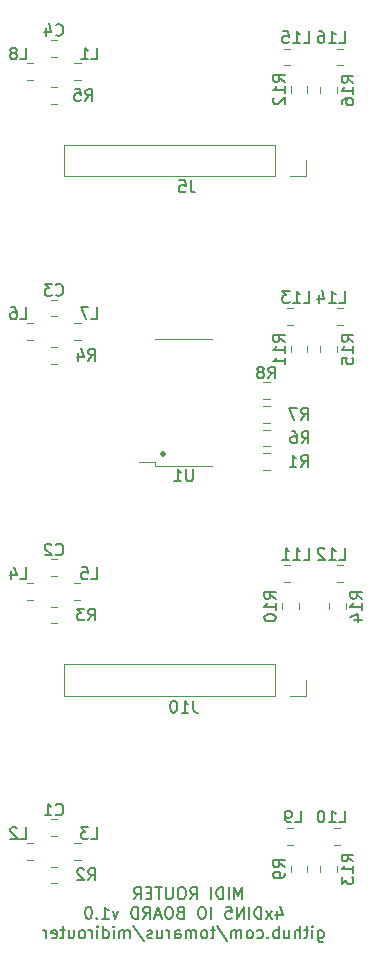
<source format=gbr>
G04 #@! TF.GenerationSoftware,KiCad,Pcbnew,5.0.2+dfsg1-1*
G04 #@! TF.CreationDate,2020-04-26T20:48:58+02:00*
G04 #@! TF.ProjectId,midirouter,6d696469-726f-4757-9465-722e6b696361,rev?*
G04 #@! TF.SameCoordinates,Original*
G04 #@! TF.FileFunction,Legend,Bot*
G04 #@! TF.FilePolarity,Positive*
%FSLAX46Y46*%
G04 Gerber Fmt 4.6, Leading zero omitted, Abs format (unit mm)*
G04 Created by KiCad (PCBNEW 5.0.2+dfsg1-1) date Sun 26 Apr 2020 08:48:58 PM CEST*
%MOMM*%
%LPD*%
G01*
G04 APERTURE LIST*
%ADD10C,0.150000*%
%ADD11C,0.300000*%
%ADD12C,0.120000*%
G04 APERTURE END LIST*
D10*
X99952380Y-147052380D02*
X99952380Y-146052380D01*
X99619047Y-146766666D01*
X99285714Y-146052380D01*
X99285714Y-147052380D01*
X98809523Y-147052380D02*
X98809523Y-146052380D01*
X98333333Y-147052380D02*
X98333333Y-146052380D01*
X98095238Y-146052380D01*
X97952380Y-146100000D01*
X97857142Y-146195238D01*
X97809523Y-146290476D01*
X97761904Y-146480952D01*
X97761904Y-146623809D01*
X97809523Y-146814285D01*
X97857142Y-146909523D01*
X97952380Y-147004761D01*
X98095238Y-147052380D01*
X98333333Y-147052380D01*
X97333333Y-147052380D02*
X97333333Y-146052380D01*
X95523809Y-147052380D02*
X95857142Y-146576190D01*
X96095238Y-147052380D02*
X96095238Y-146052380D01*
X95714285Y-146052380D01*
X95619047Y-146100000D01*
X95571428Y-146147619D01*
X95523809Y-146242857D01*
X95523809Y-146385714D01*
X95571428Y-146480952D01*
X95619047Y-146528571D01*
X95714285Y-146576190D01*
X96095238Y-146576190D01*
X94904761Y-146052380D02*
X94714285Y-146052380D01*
X94619047Y-146100000D01*
X94523809Y-146195238D01*
X94476190Y-146385714D01*
X94476190Y-146719047D01*
X94523809Y-146909523D01*
X94619047Y-147004761D01*
X94714285Y-147052380D01*
X94904761Y-147052380D01*
X95000000Y-147004761D01*
X95095238Y-146909523D01*
X95142857Y-146719047D01*
X95142857Y-146385714D01*
X95095238Y-146195238D01*
X95000000Y-146100000D01*
X94904761Y-146052380D01*
X94047619Y-146052380D02*
X94047619Y-146861904D01*
X94000000Y-146957142D01*
X93952380Y-147004761D01*
X93857142Y-147052380D01*
X93666666Y-147052380D01*
X93571428Y-147004761D01*
X93523809Y-146957142D01*
X93476190Y-146861904D01*
X93476190Y-146052380D01*
X93142857Y-146052380D02*
X92571428Y-146052380D01*
X92857142Y-147052380D02*
X92857142Y-146052380D01*
X92238095Y-146528571D02*
X91904761Y-146528571D01*
X91761904Y-147052380D02*
X92238095Y-147052380D01*
X92238095Y-146052380D01*
X91761904Y-146052380D01*
X90761904Y-147052380D02*
X91095238Y-146576190D01*
X91333333Y-147052380D02*
X91333333Y-146052380D01*
X90952380Y-146052380D01*
X90857142Y-146100000D01*
X90809523Y-146147619D01*
X90761904Y-146242857D01*
X90761904Y-146385714D01*
X90809523Y-146480952D01*
X90857142Y-146528571D01*
X90952380Y-146576190D01*
X91333333Y-146576190D01*
X102880952Y-148035714D02*
X102880952Y-148702380D01*
X103119047Y-147654761D02*
X103357142Y-148369047D01*
X102738095Y-148369047D01*
X102452380Y-148702380D02*
X101928571Y-148035714D01*
X102452380Y-148035714D02*
X101928571Y-148702380D01*
X101547619Y-148702380D02*
X101547619Y-147702380D01*
X101309523Y-147702380D01*
X101166666Y-147750000D01*
X101071428Y-147845238D01*
X101023809Y-147940476D01*
X100976190Y-148130952D01*
X100976190Y-148273809D01*
X101023809Y-148464285D01*
X101071428Y-148559523D01*
X101166666Y-148654761D01*
X101309523Y-148702380D01*
X101547619Y-148702380D01*
X100547619Y-148702380D02*
X100547619Y-147702380D01*
X100071428Y-148702380D02*
X100071428Y-147702380D01*
X99500000Y-148702380D01*
X99500000Y-147702380D01*
X98547619Y-147702380D02*
X99023809Y-147702380D01*
X99071428Y-148178571D01*
X99023809Y-148130952D01*
X98928571Y-148083333D01*
X98690476Y-148083333D01*
X98595238Y-148130952D01*
X98547619Y-148178571D01*
X98500000Y-148273809D01*
X98500000Y-148511904D01*
X98547619Y-148607142D01*
X98595238Y-148654761D01*
X98690476Y-148702380D01*
X98928571Y-148702380D01*
X99023809Y-148654761D01*
X99071428Y-148607142D01*
X97309523Y-148702380D02*
X97309523Y-147702380D01*
X96642857Y-147702380D02*
X96452380Y-147702380D01*
X96357142Y-147750000D01*
X96261904Y-147845238D01*
X96214285Y-148035714D01*
X96214285Y-148369047D01*
X96261904Y-148559523D01*
X96357142Y-148654761D01*
X96452380Y-148702380D01*
X96642857Y-148702380D01*
X96738095Y-148654761D01*
X96833333Y-148559523D01*
X96880952Y-148369047D01*
X96880952Y-148035714D01*
X96833333Y-147845238D01*
X96738095Y-147750000D01*
X96642857Y-147702380D01*
X94690476Y-148178571D02*
X94547619Y-148226190D01*
X94500000Y-148273809D01*
X94452380Y-148369047D01*
X94452380Y-148511904D01*
X94500000Y-148607142D01*
X94547619Y-148654761D01*
X94642857Y-148702380D01*
X95023809Y-148702380D01*
X95023809Y-147702380D01*
X94690476Y-147702380D01*
X94595238Y-147750000D01*
X94547619Y-147797619D01*
X94500000Y-147892857D01*
X94500000Y-147988095D01*
X94547619Y-148083333D01*
X94595238Y-148130952D01*
X94690476Y-148178571D01*
X95023809Y-148178571D01*
X93833333Y-147702380D02*
X93642857Y-147702380D01*
X93547619Y-147750000D01*
X93452380Y-147845238D01*
X93404761Y-148035714D01*
X93404761Y-148369047D01*
X93452380Y-148559523D01*
X93547619Y-148654761D01*
X93642857Y-148702380D01*
X93833333Y-148702380D01*
X93928571Y-148654761D01*
X94023809Y-148559523D01*
X94071428Y-148369047D01*
X94071428Y-148035714D01*
X94023809Y-147845238D01*
X93928571Y-147750000D01*
X93833333Y-147702380D01*
X93023809Y-148416666D02*
X92547619Y-148416666D01*
X93119047Y-148702380D02*
X92785714Y-147702380D01*
X92452380Y-148702380D01*
X91547619Y-148702380D02*
X91880952Y-148226190D01*
X92119047Y-148702380D02*
X92119047Y-147702380D01*
X91738095Y-147702380D01*
X91642857Y-147750000D01*
X91595238Y-147797619D01*
X91547619Y-147892857D01*
X91547619Y-148035714D01*
X91595238Y-148130952D01*
X91642857Y-148178571D01*
X91738095Y-148226190D01*
X92119047Y-148226190D01*
X91119047Y-148702380D02*
X91119047Y-147702380D01*
X90880952Y-147702380D01*
X90738095Y-147750000D01*
X90642857Y-147845238D01*
X90595238Y-147940476D01*
X90547619Y-148130952D01*
X90547619Y-148273809D01*
X90595238Y-148464285D01*
X90642857Y-148559523D01*
X90738095Y-148654761D01*
X90880952Y-148702380D01*
X91119047Y-148702380D01*
X89452380Y-148035714D02*
X89214285Y-148702380D01*
X88976190Y-148035714D01*
X88071428Y-148702380D02*
X88642857Y-148702380D01*
X88357142Y-148702380D02*
X88357142Y-147702380D01*
X88452380Y-147845238D01*
X88547619Y-147940476D01*
X88642857Y-147988095D01*
X87642857Y-148607142D02*
X87595238Y-148654761D01*
X87642857Y-148702380D01*
X87690476Y-148654761D01*
X87642857Y-148607142D01*
X87642857Y-148702380D01*
X86976190Y-147702380D02*
X86880952Y-147702380D01*
X86785714Y-147750000D01*
X86738095Y-147797619D01*
X86690476Y-147892857D01*
X86642857Y-148083333D01*
X86642857Y-148321428D01*
X86690476Y-148511904D01*
X86738095Y-148607142D01*
X86785714Y-148654761D01*
X86880952Y-148702380D01*
X86976190Y-148702380D01*
X87071428Y-148654761D01*
X87119047Y-148607142D01*
X87166666Y-148511904D01*
X87214285Y-148321428D01*
X87214285Y-148083333D01*
X87166666Y-147892857D01*
X87119047Y-147797619D01*
X87071428Y-147750000D01*
X86976190Y-147702380D01*
X106357142Y-149685714D02*
X106357142Y-150495238D01*
X106404761Y-150590476D01*
X106452380Y-150638095D01*
X106547619Y-150685714D01*
X106690476Y-150685714D01*
X106785714Y-150638095D01*
X106357142Y-150304761D02*
X106452380Y-150352380D01*
X106642857Y-150352380D01*
X106738095Y-150304761D01*
X106785714Y-150257142D01*
X106833333Y-150161904D01*
X106833333Y-149876190D01*
X106785714Y-149780952D01*
X106738095Y-149733333D01*
X106642857Y-149685714D01*
X106452380Y-149685714D01*
X106357142Y-149733333D01*
X105880952Y-150352380D02*
X105880952Y-149685714D01*
X105880952Y-149352380D02*
X105928571Y-149400000D01*
X105880952Y-149447619D01*
X105833333Y-149400000D01*
X105880952Y-149352380D01*
X105880952Y-149447619D01*
X105547619Y-149685714D02*
X105166666Y-149685714D01*
X105404761Y-149352380D02*
X105404761Y-150209523D01*
X105357142Y-150304761D01*
X105261904Y-150352380D01*
X105166666Y-150352380D01*
X104833333Y-150352380D02*
X104833333Y-149352380D01*
X104404761Y-150352380D02*
X104404761Y-149828571D01*
X104452380Y-149733333D01*
X104547619Y-149685714D01*
X104690476Y-149685714D01*
X104785714Y-149733333D01*
X104833333Y-149780952D01*
X103500000Y-149685714D02*
X103500000Y-150352380D01*
X103928571Y-149685714D02*
X103928571Y-150209523D01*
X103880952Y-150304761D01*
X103785714Y-150352380D01*
X103642857Y-150352380D01*
X103547619Y-150304761D01*
X103500000Y-150257142D01*
X103023809Y-150352380D02*
X103023809Y-149352380D01*
X103023809Y-149733333D02*
X102928571Y-149685714D01*
X102738095Y-149685714D01*
X102642857Y-149733333D01*
X102595238Y-149780952D01*
X102547619Y-149876190D01*
X102547619Y-150161904D01*
X102595238Y-150257142D01*
X102642857Y-150304761D01*
X102738095Y-150352380D01*
X102928571Y-150352380D01*
X103023809Y-150304761D01*
X102119047Y-150257142D02*
X102071428Y-150304761D01*
X102119047Y-150352380D01*
X102166666Y-150304761D01*
X102119047Y-150257142D01*
X102119047Y-150352380D01*
X101214285Y-150304761D02*
X101309523Y-150352380D01*
X101500000Y-150352380D01*
X101595238Y-150304761D01*
X101642857Y-150257142D01*
X101690476Y-150161904D01*
X101690476Y-149876190D01*
X101642857Y-149780952D01*
X101595238Y-149733333D01*
X101500000Y-149685714D01*
X101309523Y-149685714D01*
X101214285Y-149733333D01*
X100642857Y-150352380D02*
X100738095Y-150304761D01*
X100785714Y-150257142D01*
X100833333Y-150161904D01*
X100833333Y-149876190D01*
X100785714Y-149780952D01*
X100738095Y-149733333D01*
X100642857Y-149685714D01*
X100500000Y-149685714D01*
X100404761Y-149733333D01*
X100357142Y-149780952D01*
X100309523Y-149876190D01*
X100309523Y-150161904D01*
X100357142Y-150257142D01*
X100404761Y-150304761D01*
X100500000Y-150352380D01*
X100642857Y-150352380D01*
X99880952Y-150352380D02*
X99880952Y-149685714D01*
X99880952Y-149780952D02*
X99833333Y-149733333D01*
X99738095Y-149685714D01*
X99595238Y-149685714D01*
X99500000Y-149733333D01*
X99452380Y-149828571D01*
X99452380Y-150352380D01*
X99452380Y-149828571D02*
X99404761Y-149733333D01*
X99309523Y-149685714D01*
X99166666Y-149685714D01*
X99071428Y-149733333D01*
X99023809Y-149828571D01*
X99023809Y-150352380D01*
X97833333Y-149304761D02*
X98690476Y-150590476D01*
X97642857Y-149685714D02*
X97261904Y-149685714D01*
X97500000Y-149352380D02*
X97500000Y-150209523D01*
X97452380Y-150304761D01*
X97357142Y-150352380D01*
X97261904Y-150352380D01*
X96785714Y-150352380D02*
X96880952Y-150304761D01*
X96928571Y-150257142D01*
X96976190Y-150161904D01*
X96976190Y-149876190D01*
X96928571Y-149780952D01*
X96880952Y-149733333D01*
X96785714Y-149685714D01*
X96642857Y-149685714D01*
X96547619Y-149733333D01*
X96500000Y-149780952D01*
X96452380Y-149876190D01*
X96452380Y-150161904D01*
X96500000Y-150257142D01*
X96547619Y-150304761D01*
X96642857Y-150352380D01*
X96785714Y-150352380D01*
X96023809Y-150352380D02*
X96023809Y-149685714D01*
X96023809Y-149780952D02*
X95976190Y-149733333D01*
X95880952Y-149685714D01*
X95738095Y-149685714D01*
X95642857Y-149733333D01*
X95595238Y-149828571D01*
X95595238Y-150352380D01*
X95595238Y-149828571D02*
X95547619Y-149733333D01*
X95452380Y-149685714D01*
X95309523Y-149685714D01*
X95214285Y-149733333D01*
X95166666Y-149828571D01*
X95166666Y-150352380D01*
X94261904Y-150352380D02*
X94261904Y-149828571D01*
X94309523Y-149733333D01*
X94404761Y-149685714D01*
X94595238Y-149685714D01*
X94690476Y-149733333D01*
X94261904Y-150304761D02*
X94357142Y-150352380D01*
X94595238Y-150352380D01*
X94690476Y-150304761D01*
X94738095Y-150209523D01*
X94738095Y-150114285D01*
X94690476Y-150019047D01*
X94595238Y-149971428D01*
X94357142Y-149971428D01*
X94261904Y-149923809D01*
X93785714Y-150352380D02*
X93785714Y-149685714D01*
X93785714Y-149876190D02*
X93738095Y-149780952D01*
X93690476Y-149733333D01*
X93595238Y-149685714D01*
X93500000Y-149685714D01*
X92738095Y-149685714D02*
X92738095Y-150352380D01*
X93166666Y-149685714D02*
X93166666Y-150209523D01*
X93119047Y-150304761D01*
X93023809Y-150352380D01*
X92880952Y-150352380D01*
X92785714Y-150304761D01*
X92738095Y-150257142D01*
X92309523Y-150304761D02*
X92214285Y-150352380D01*
X92023809Y-150352380D01*
X91928571Y-150304761D01*
X91880952Y-150209523D01*
X91880952Y-150161904D01*
X91928571Y-150066666D01*
X92023809Y-150019047D01*
X92166666Y-150019047D01*
X92261904Y-149971428D01*
X92309523Y-149876190D01*
X92309523Y-149828571D01*
X92261904Y-149733333D01*
X92166666Y-149685714D01*
X92023809Y-149685714D01*
X91928571Y-149733333D01*
X90738095Y-149304761D02*
X91595238Y-150590476D01*
X90404761Y-150352380D02*
X90404761Y-149685714D01*
X90404761Y-149780952D02*
X90357142Y-149733333D01*
X90261904Y-149685714D01*
X90119047Y-149685714D01*
X90023809Y-149733333D01*
X89976190Y-149828571D01*
X89976190Y-150352380D01*
X89976190Y-149828571D02*
X89928571Y-149733333D01*
X89833333Y-149685714D01*
X89690476Y-149685714D01*
X89595238Y-149733333D01*
X89547619Y-149828571D01*
X89547619Y-150352380D01*
X89071428Y-150352380D02*
X89071428Y-149685714D01*
X89071428Y-149352380D02*
X89119047Y-149400000D01*
X89071428Y-149447619D01*
X89023809Y-149400000D01*
X89071428Y-149352380D01*
X89071428Y-149447619D01*
X88166666Y-150352380D02*
X88166666Y-149352380D01*
X88166666Y-150304761D02*
X88261904Y-150352380D01*
X88452380Y-150352380D01*
X88547619Y-150304761D01*
X88595238Y-150257142D01*
X88642857Y-150161904D01*
X88642857Y-149876190D01*
X88595238Y-149780952D01*
X88547619Y-149733333D01*
X88452380Y-149685714D01*
X88261904Y-149685714D01*
X88166666Y-149733333D01*
X87690476Y-150352380D02*
X87690476Y-149685714D01*
X87690476Y-149352380D02*
X87738095Y-149400000D01*
X87690476Y-149447619D01*
X87642857Y-149400000D01*
X87690476Y-149352380D01*
X87690476Y-149447619D01*
X87214285Y-150352380D02*
X87214285Y-149685714D01*
X87214285Y-149876190D02*
X87166666Y-149780952D01*
X87119047Y-149733333D01*
X87023809Y-149685714D01*
X86928571Y-149685714D01*
X86452380Y-150352380D02*
X86547619Y-150304761D01*
X86595238Y-150257142D01*
X86642857Y-150161904D01*
X86642857Y-149876190D01*
X86595238Y-149780952D01*
X86547619Y-149733333D01*
X86452380Y-149685714D01*
X86309523Y-149685714D01*
X86214285Y-149733333D01*
X86166666Y-149780952D01*
X86119047Y-149876190D01*
X86119047Y-150161904D01*
X86166666Y-150257142D01*
X86214285Y-150304761D01*
X86309523Y-150352380D01*
X86452380Y-150352380D01*
X85261904Y-149685714D02*
X85261904Y-150352380D01*
X85690476Y-149685714D02*
X85690476Y-150209523D01*
X85642857Y-150304761D01*
X85547619Y-150352380D01*
X85404761Y-150352380D01*
X85309523Y-150304761D01*
X85261904Y-150257142D01*
X84928571Y-149685714D02*
X84547619Y-149685714D01*
X84785714Y-149352380D02*
X84785714Y-150209523D01*
X84738095Y-150304761D01*
X84642857Y-150352380D01*
X84547619Y-150352380D01*
X83833333Y-150304761D02*
X83928571Y-150352380D01*
X84119047Y-150352380D01*
X84214285Y-150304761D01*
X84261904Y-150209523D01*
X84261904Y-149828571D01*
X84214285Y-149733333D01*
X84119047Y-149685714D01*
X83928571Y-149685714D01*
X83833333Y-149733333D01*
X83785714Y-149828571D01*
X83785714Y-149923809D01*
X84261904Y-150019047D01*
X83357142Y-150352380D02*
X83357142Y-149685714D01*
X83357142Y-149876190D02*
X83309523Y-149780952D01*
X83261904Y-149733333D01*
X83166666Y-149685714D01*
X83071428Y-149685714D01*
D11*
X93250000Y-109285714D02*
X93178571Y-109357142D01*
X93250000Y-109428571D01*
X93321428Y-109357142D01*
X93250000Y-109285714D01*
X93250000Y-109428571D01*
D12*
G04 #@! TO.C,C4*
X84258578Y-75710000D02*
X83741422Y-75710000D01*
X84258578Y-74290000D02*
X83741422Y-74290000D01*
G04 #@! TO.C,C3*
X84258578Y-97710000D02*
X83741422Y-97710000D01*
X84258578Y-96290000D02*
X83741422Y-96290000D01*
G04 #@! TO.C,C2*
X84258578Y-119710000D02*
X83741422Y-119710000D01*
X84258578Y-118290000D02*
X83741422Y-118290000D01*
G04 #@! TO.C,C1*
X84258578Y-141710000D02*
X83741422Y-141710000D01*
X84258578Y-140290000D02*
X83741422Y-140290000D01*
G04 #@! TO.C,R16*
X106540000Y-78821078D02*
X106540000Y-78303922D01*
X107960000Y-78821078D02*
X107960000Y-78303922D01*
G04 #@! TO.C,R15*
X106540000Y-100758578D02*
X106540000Y-100241422D01*
X107960000Y-100758578D02*
X107960000Y-100241422D01*
G04 #@! TO.C,R14*
X107290000Y-122508578D02*
X107290000Y-121991422D01*
X108710000Y-122508578D02*
X108710000Y-121991422D01*
G04 #@! TO.C,R13*
X106540000Y-144758578D02*
X106540000Y-144241422D01*
X107960000Y-144758578D02*
X107960000Y-144241422D01*
G04 #@! TO.C,R12*
X105460000Y-78241422D02*
X105460000Y-78758578D01*
X104040000Y-78241422D02*
X104040000Y-78758578D01*
G04 #@! TO.C,R11*
X105460000Y-100241422D02*
X105460000Y-100758578D01*
X104040000Y-100241422D02*
X104040000Y-100758578D01*
G04 #@! TO.C,R10*
X104710000Y-121991422D02*
X104710000Y-122508578D01*
X103290000Y-121991422D02*
X103290000Y-122508578D01*
G04 #@! TO.C,R9*
X105460000Y-144241422D02*
X105460000Y-144758578D01*
X104040000Y-144241422D02*
X104040000Y-144758578D01*
G04 #@! TO.C,R8*
X101741422Y-103290000D02*
X102258578Y-103290000D01*
X101741422Y-104710000D02*
X102258578Y-104710000D01*
G04 #@! TO.C,R7*
X101741422Y-105290000D02*
X102258578Y-105290000D01*
X101741422Y-106710000D02*
X102258578Y-106710000D01*
G04 #@! TO.C,R6*
X101741422Y-107290000D02*
X102258578Y-107290000D01*
X101741422Y-108710000D02*
X102258578Y-108710000D01*
G04 #@! TO.C,R5*
X84258578Y-79710000D02*
X83741422Y-79710000D01*
X84258578Y-78290000D02*
X83741422Y-78290000D01*
G04 #@! TO.C,R4*
X84258578Y-101710000D02*
X83741422Y-101710000D01*
X84258578Y-100290000D02*
X83741422Y-100290000D01*
G04 #@! TO.C,R3*
X84258578Y-123710000D02*
X83741422Y-123710000D01*
X84258578Y-122290000D02*
X83741422Y-122290000D01*
G04 #@! TO.C,R2*
X84258578Y-145710000D02*
X83741422Y-145710000D01*
X84258578Y-144290000D02*
X83741422Y-144290000D01*
G04 #@! TO.C,R1*
X101741422Y-109290000D02*
X102258578Y-109290000D01*
X101741422Y-110710000D02*
X102258578Y-110710000D01*
G04 #@! TO.C,J10*
X105330000Y-129830000D02*
X105330000Y-128500000D01*
X104000000Y-129830000D02*
X105330000Y-129830000D01*
X102730000Y-129830000D02*
X102730000Y-127170000D01*
X102730000Y-127170000D02*
X84890000Y-127170000D01*
X102730000Y-129830000D02*
X84890000Y-129830000D01*
X84890000Y-129830000D02*
X84890000Y-127170000D01*
G04 #@! TO.C,J5*
X84890000Y-85830000D02*
X84890000Y-83170000D01*
X102730000Y-85830000D02*
X84890000Y-85830000D01*
X102730000Y-83170000D02*
X84890000Y-83170000D01*
X102730000Y-85830000D02*
X102730000Y-83170000D01*
X104000000Y-85830000D02*
X105330000Y-85830000D01*
X105330000Y-85830000D02*
X105330000Y-84500000D01*
G04 #@! TO.C,U1*
X92600000Y-110400000D02*
X92600000Y-110000000D01*
X92600000Y-110000000D02*
X91200000Y-110000000D01*
X92600000Y-110400000D02*
X97400000Y-110400000D01*
X92600000Y-99600000D02*
X97400000Y-99600000D01*
G04 #@! TO.C,L1*
X85738748Y-76290000D02*
X86261252Y-76290000D01*
X85738748Y-77710000D02*
X86261252Y-77710000D01*
G04 #@! TO.C,L8*
X81738748Y-77710000D02*
X82261252Y-77710000D01*
X81738748Y-76290000D02*
X82261252Y-76290000D01*
G04 #@! TO.C,L6*
X81738748Y-98290000D02*
X82261252Y-98290000D01*
X81738748Y-99710000D02*
X82261252Y-99710000D01*
G04 #@! TO.C,L7*
X85738748Y-99710000D02*
X86261252Y-99710000D01*
X85738748Y-98290000D02*
X86261252Y-98290000D01*
G04 #@! TO.C,L4*
X81738748Y-121710000D02*
X82261252Y-121710000D01*
X81738748Y-120290000D02*
X82261252Y-120290000D01*
G04 #@! TO.C,L5*
X85713748Y-120290000D02*
X86236252Y-120290000D01*
X85713748Y-121710000D02*
X86236252Y-121710000D01*
G04 #@! TO.C,L2*
X81738748Y-142290000D02*
X82261252Y-142290000D01*
X81738748Y-143710000D02*
X82261252Y-143710000D01*
G04 #@! TO.C,L3*
X85738748Y-143710000D02*
X86261252Y-143710000D01*
X85738748Y-142290000D02*
X86261252Y-142290000D01*
G04 #@! TO.C,L15*
X104011252Y-75040000D02*
X103488748Y-75040000D01*
X104011252Y-76460000D02*
X103488748Y-76460000D01*
G04 #@! TO.C,L16*
X108511252Y-76460000D02*
X107988748Y-76460000D01*
X108511252Y-75040000D02*
X107988748Y-75040000D01*
G04 #@! TO.C,L13*
X104261252Y-97040000D02*
X103738748Y-97040000D01*
X104261252Y-98460000D02*
X103738748Y-98460000D01*
G04 #@! TO.C,L14*
X108511252Y-98460000D02*
X107988748Y-98460000D01*
X108511252Y-97040000D02*
X107988748Y-97040000D01*
G04 #@! TO.C,L11*
X104011252Y-118790000D02*
X103488748Y-118790000D01*
X104011252Y-120210000D02*
X103488748Y-120210000D01*
G04 #@! TO.C,L12*
X108511252Y-120210000D02*
X107988748Y-120210000D01*
X108511252Y-118790000D02*
X107988748Y-118790000D01*
G04 #@! TO.C,L9*
X104236252Y-141040000D02*
X103713748Y-141040000D01*
X104236252Y-142460000D02*
X103713748Y-142460000D01*
G04 #@! TO.C,L10*
X108261252Y-142460000D02*
X107738748Y-142460000D01*
X108261252Y-141040000D02*
X107738748Y-141040000D01*
G04 #@! TO.C,C4*
D10*
X84166666Y-73857142D02*
X84214285Y-73904761D01*
X84357142Y-73952380D01*
X84452380Y-73952380D01*
X84595238Y-73904761D01*
X84690476Y-73809523D01*
X84738095Y-73714285D01*
X84785714Y-73523809D01*
X84785714Y-73380952D01*
X84738095Y-73190476D01*
X84690476Y-73095238D01*
X84595238Y-73000000D01*
X84452380Y-72952380D01*
X84357142Y-72952380D01*
X84214285Y-73000000D01*
X84166666Y-73047619D01*
X83309523Y-73285714D02*
X83309523Y-73952380D01*
X83547619Y-72904761D02*
X83785714Y-73619047D01*
X83166666Y-73619047D01*
G04 #@! TO.C,C3*
X84166666Y-95857142D02*
X84214285Y-95904761D01*
X84357142Y-95952380D01*
X84452380Y-95952380D01*
X84595238Y-95904761D01*
X84690476Y-95809523D01*
X84738095Y-95714285D01*
X84785714Y-95523809D01*
X84785714Y-95380952D01*
X84738095Y-95190476D01*
X84690476Y-95095238D01*
X84595238Y-95000000D01*
X84452380Y-94952380D01*
X84357142Y-94952380D01*
X84214285Y-95000000D01*
X84166666Y-95047619D01*
X83833333Y-94952380D02*
X83214285Y-94952380D01*
X83547619Y-95333333D01*
X83404761Y-95333333D01*
X83309523Y-95380952D01*
X83261904Y-95428571D01*
X83214285Y-95523809D01*
X83214285Y-95761904D01*
X83261904Y-95857142D01*
X83309523Y-95904761D01*
X83404761Y-95952380D01*
X83690476Y-95952380D01*
X83785714Y-95904761D01*
X83833333Y-95857142D01*
G04 #@! TO.C,C2*
X84166666Y-117857142D02*
X84214285Y-117904761D01*
X84357142Y-117952380D01*
X84452380Y-117952380D01*
X84595238Y-117904761D01*
X84690476Y-117809523D01*
X84738095Y-117714285D01*
X84785714Y-117523809D01*
X84785714Y-117380952D01*
X84738095Y-117190476D01*
X84690476Y-117095238D01*
X84595238Y-117000000D01*
X84452380Y-116952380D01*
X84357142Y-116952380D01*
X84214285Y-117000000D01*
X84166666Y-117047619D01*
X83785714Y-117047619D02*
X83738095Y-117000000D01*
X83642857Y-116952380D01*
X83404761Y-116952380D01*
X83309523Y-117000000D01*
X83261904Y-117047619D01*
X83214285Y-117142857D01*
X83214285Y-117238095D01*
X83261904Y-117380952D01*
X83833333Y-117952380D01*
X83214285Y-117952380D01*
G04 #@! TO.C,C1*
X84166666Y-139857142D02*
X84214285Y-139904761D01*
X84357142Y-139952380D01*
X84452380Y-139952380D01*
X84595238Y-139904761D01*
X84690476Y-139809523D01*
X84738095Y-139714285D01*
X84785714Y-139523809D01*
X84785714Y-139380952D01*
X84738095Y-139190476D01*
X84690476Y-139095238D01*
X84595238Y-139000000D01*
X84452380Y-138952380D01*
X84357142Y-138952380D01*
X84214285Y-139000000D01*
X84166666Y-139047619D01*
X83214285Y-139952380D02*
X83785714Y-139952380D01*
X83500000Y-139952380D02*
X83500000Y-138952380D01*
X83595238Y-139095238D01*
X83690476Y-139190476D01*
X83785714Y-139238095D01*
G04 #@! TO.C,R16*
X109352380Y-77919642D02*
X108876190Y-77586309D01*
X109352380Y-77348214D02*
X108352380Y-77348214D01*
X108352380Y-77729166D01*
X108400000Y-77824404D01*
X108447619Y-77872023D01*
X108542857Y-77919642D01*
X108685714Y-77919642D01*
X108780952Y-77872023D01*
X108828571Y-77824404D01*
X108876190Y-77729166D01*
X108876190Y-77348214D01*
X109352380Y-78872023D02*
X109352380Y-78300595D01*
X109352380Y-78586309D02*
X108352380Y-78586309D01*
X108495238Y-78491071D01*
X108590476Y-78395833D01*
X108638095Y-78300595D01*
X108352380Y-79729166D02*
X108352380Y-79538690D01*
X108400000Y-79443452D01*
X108447619Y-79395833D01*
X108590476Y-79300595D01*
X108780952Y-79252976D01*
X109161904Y-79252976D01*
X109257142Y-79300595D01*
X109304761Y-79348214D01*
X109352380Y-79443452D01*
X109352380Y-79633928D01*
X109304761Y-79729166D01*
X109257142Y-79776785D01*
X109161904Y-79824404D01*
X108923809Y-79824404D01*
X108828571Y-79776785D01*
X108780952Y-79729166D01*
X108733333Y-79633928D01*
X108733333Y-79443452D01*
X108780952Y-79348214D01*
X108828571Y-79300595D01*
X108923809Y-79252976D01*
G04 #@! TO.C,R15*
X109352380Y-99857142D02*
X108876190Y-99523809D01*
X109352380Y-99285714D02*
X108352380Y-99285714D01*
X108352380Y-99666666D01*
X108400000Y-99761904D01*
X108447619Y-99809523D01*
X108542857Y-99857142D01*
X108685714Y-99857142D01*
X108780952Y-99809523D01*
X108828571Y-99761904D01*
X108876190Y-99666666D01*
X108876190Y-99285714D01*
X109352380Y-100809523D02*
X109352380Y-100238095D01*
X109352380Y-100523809D02*
X108352380Y-100523809D01*
X108495238Y-100428571D01*
X108590476Y-100333333D01*
X108638095Y-100238095D01*
X108352380Y-101714285D02*
X108352380Y-101238095D01*
X108828571Y-101190476D01*
X108780952Y-101238095D01*
X108733333Y-101333333D01*
X108733333Y-101571428D01*
X108780952Y-101666666D01*
X108828571Y-101714285D01*
X108923809Y-101761904D01*
X109161904Y-101761904D01*
X109257142Y-101714285D01*
X109304761Y-101666666D01*
X109352380Y-101571428D01*
X109352380Y-101333333D01*
X109304761Y-101238095D01*
X109257142Y-101190476D01*
G04 #@! TO.C,R14*
X110102380Y-121607142D02*
X109626190Y-121273809D01*
X110102380Y-121035714D02*
X109102380Y-121035714D01*
X109102380Y-121416666D01*
X109150000Y-121511904D01*
X109197619Y-121559523D01*
X109292857Y-121607142D01*
X109435714Y-121607142D01*
X109530952Y-121559523D01*
X109578571Y-121511904D01*
X109626190Y-121416666D01*
X109626190Y-121035714D01*
X110102380Y-122559523D02*
X110102380Y-121988095D01*
X110102380Y-122273809D02*
X109102380Y-122273809D01*
X109245238Y-122178571D01*
X109340476Y-122083333D01*
X109388095Y-121988095D01*
X109435714Y-123416666D02*
X110102380Y-123416666D01*
X109054761Y-123178571D02*
X109769047Y-122940476D01*
X109769047Y-123559523D01*
G04 #@! TO.C,R13*
X109352380Y-143857142D02*
X108876190Y-143523809D01*
X109352380Y-143285714D02*
X108352380Y-143285714D01*
X108352380Y-143666666D01*
X108400000Y-143761904D01*
X108447619Y-143809523D01*
X108542857Y-143857142D01*
X108685714Y-143857142D01*
X108780952Y-143809523D01*
X108828571Y-143761904D01*
X108876190Y-143666666D01*
X108876190Y-143285714D01*
X109352380Y-144809523D02*
X109352380Y-144238095D01*
X109352380Y-144523809D02*
X108352380Y-144523809D01*
X108495238Y-144428571D01*
X108590476Y-144333333D01*
X108638095Y-144238095D01*
X108352380Y-145142857D02*
X108352380Y-145761904D01*
X108733333Y-145428571D01*
X108733333Y-145571428D01*
X108780952Y-145666666D01*
X108828571Y-145714285D01*
X108923809Y-145761904D01*
X109161904Y-145761904D01*
X109257142Y-145714285D01*
X109304761Y-145666666D01*
X109352380Y-145571428D01*
X109352380Y-145285714D01*
X109304761Y-145190476D01*
X109257142Y-145142857D01*
G04 #@! TO.C,R12*
X103552380Y-77857142D02*
X103076190Y-77523809D01*
X103552380Y-77285714D02*
X102552380Y-77285714D01*
X102552380Y-77666666D01*
X102600000Y-77761904D01*
X102647619Y-77809523D01*
X102742857Y-77857142D01*
X102885714Y-77857142D01*
X102980952Y-77809523D01*
X103028571Y-77761904D01*
X103076190Y-77666666D01*
X103076190Y-77285714D01*
X103552380Y-78809523D02*
X103552380Y-78238095D01*
X103552380Y-78523809D02*
X102552380Y-78523809D01*
X102695238Y-78428571D01*
X102790476Y-78333333D01*
X102838095Y-78238095D01*
X102647619Y-79190476D02*
X102600000Y-79238095D01*
X102552380Y-79333333D01*
X102552380Y-79571428D01*
X102600000Y-79666666D01*
X102647619Y-79714285D01*
X102742857Y-79761904D01*
X102838095Y-79761904D01*
X102980952Y-79714285D01*
X103552380Y-79142857D01*
X103552380Y-79761904D01*
G04 #@! TO.C,R11*
X103552380Y-99857142D02*
X103076190Y-99523809D01*
X103552380Y-99285714D02*
X102552380Y-99285714D01*
X102552380Y-99666666D01*
X102600000Y-99761904D01*
X102647619Y-99809523D01*
X102742857Y-99857142D01*
X102885714Y-99857142D01*
X102980952Y-99809523D01*
X103028571Y-99761904D01*
X103076190Y-99666666D01*
X103076190Y-99285714D01*
X103552380Y-100809523D02*
X103552380Y-100238095D01*
X103552380Y-100523809D02*
X102552380Y-100523809D01*
X102695238Y-100428571D01*
X102790476Y-100333333D01*
X102838095Y-100238095D01*
X103552380Y-101761904D02*
X103552380Y-101190476D01*
X103552380Y-101476190D02*
X102552380Y-101476190D01*
X102695238Y-101380952D01*
X102790476Y-101285714D01*
X102838095Y-101190476D01*
G04 #@! TO.C,R10*
X102802380Y-121607142D02*
X102326190Y-121273809D01*
X102802380Y-121035714D02*
X101802380Y-121035714D01*
X101802380Y-121416666D01*
X101850000Y-121511904D01*
X101897619Y-121559523D01*
X101992857Y-121607142D01*
X102135714Y-121607142D01*
X102230952Y-121559523D01*
X102278571Y-121511904D01*
X102326190Y-121416666D01*
X102326190Y-121035714D01*
X102802380Y-122559523D02*
X102802380Y-121988095D01*
X102802380Y-122273809D02*
X101802380Y-122273809D01*
X101945238Y-122178571D01*
X102040476Y-122083333D01*
X102088095Y-121988095D01*
X101802380Y-123178571D02*
X101802380Y-123273809D01*
X101850000Y-123369047D01*
X101897619Y-123416666D01*
X101992857Y-123464285D01*
X102183333Y-123511904D01*
X102421428Y-123511904D01*
X102611904Y-123464285D01*
X102707142Y-123416666D01*
X102754761Y-123369047D01*
X102802380Y-123273809D01*
X102802380Y-123178571D01*
X102754761Y-123083333D01*
X102707142Y-123035714D01*
X102611904Y-122988095D01*
X102421428Y-122940476D01*
X102183333Y-122940476D01*
X101992857Y-122988095D01*
X101897619Y-123035714D01*
X101850000Y-123083333D01*
X101802380Y-123178571D01*
G04 #@! TO.C,R9*
X103552380Y-144333333D02*
X103076190Y-144000000D01*
X103552380Y-143761904D02*
X102552380Y-143761904D01*
X102552380Y-144142857D01*
X102600000Y-144238095D01*
X102647619Y-144285714D01*
X102742857Y-144333333D01*
X102885714Y-144333333D01*
X102980952Y-144285714D01*
X103028571Y-144238095D01*
X103076190Y-144142857D01*
X103076190Y-143761904D01*
X103552380Y-144809523D02*
X103552380Y-145000000D01*
X103504761Y-145095238D01*
X103457142Y-145142857D01*
X103314285Y-145238095D01*
X103123809Y-145285714D01*
X102742857Y-145285714D01*
X102647619Y-145238095D01*
X102600000Y-145190476D01*
X102552380Y-145095238D01*
X102552380Y-144904761D01*
X102600000Y-144809523D01*
X102647619Y-144761904D01*
X102742857Y-144714285D01*
X102980952Y-144714285D01*
X103076190Y-144761904D01*
X103123809Y-144809523D01*
X103171428Y-144904761D01*
X103171428Y-145095238D01*
X103123809Y-145190476D01*
X103076190Y-145238095D01*
X102980952Y-145285714D01*
G04 #@! TO.C,R8*
X102166666Y-102952380D02*
X102500000Y-102476190D01*
X102738095Y-102952380D02*
X102738095Y-101952380D01*
X102357142Y-101952380D01*
X102261904Y-102000000D01*
X102214285Y-102047619D01*
X102166666Y-102142857D01*
X102166666Y-102285714D01*
X102214285Y-102380952D01*
X102261904Y-102428571D01*
X102357142Y-102476190D01*
X102738095Y-102476190D01*
X101595238Y-102380952D02*
X101690476Y-102333333D01*
X101738095Y-102285714D01*
X101785714Y-102190476D01*
X101785714Y-102142857D01*
X101738095Y-102047619D01*
X101690476Y-102000000D01*
X101595238Y-101952380D01*
X101404761Y-101952380D01*
X101309523Y-102000000D01*
X101261904Y-102047619D01*
X101214285Y-102142857D01*
X101214285Y-102190476D01*
X101261904Y-102285714D01*
X101309523Y-102333333D01*
X101404761Y-102380952D01*
X101595238Y-102380952D01*
X101690476Y-102428571D01*
X101738095Y-102476190D01*
X101785714Y-102571428D01*
X101785714Y-102761904D01*
X101738095Y-102857142D01*
X101690476Y-102904761D01*
X101595238Y-102952380D01*
X101404761Y-102952380D01*
X101309523Y-102904761D01*
X101261904Y-102857142D01*
X101214285Y-102761904D01*
X101214285Y-102571428D01*
X101261904Y-102476190D01*
X101309523Y-102428571D01*
X101404761Y-102380952D01*
G04 #@! TO.C,R7*
X104916666Y-106452380D02*
X105250000Y-105976190D01*
X105488095Y-106452380D02*
X105488095Y-105452380D01*
X105107142Y-105452380D01*
X105011904Y-105500000D01*
X104964285Y-105547619D01*
X104916666Y-105642857D01*
X104916666Y-105785714D01*
X104964285Y-105880952D01*
X105011904Y-105928571D01*
X105107142Y-105976190D01*
X105488095Y-105976190D01*
X104583333Y-105452380D02*
X103916666Y-105452380D01*
X104345238Y-106452380D01*
G04 #@! TO.C,R6*
X104979166Y-108452380D02*
X105312500Y-107976190D01*
X105550595Y-108452380D02*
X105550595Y-107452380D01*
X105169642Y-107452380D01*
X105074404Y-107500000D01*
X105026785Y-107547619D01*
X104979166Y-107642857D01*
X104979166Y-107785714D01*
X105026785Y-107880952D01*
X105074404Y-107928571D01*
X105169642Y-107976190D01*
X105550595Y-107976190D01*
X104122023Y-107452380D02*
X104312500Y-107452380D01*
X104407738Y-107500000D01*
X104455357Y-107547619D01*
X104550595Y-107690476D01*
X104598214Y-107880952D01*
X104598214Y-108261904D01*
X104550595Y-108357142D01*
X104502976Y-108404761D01*
X104407738Y-108452380D01*
X104217261Y-108452380D01*
X104122023Y-108404761D01*
X104074404Y-108357142D01*
X104026785Y-108261904D01*
X104026785Y-108023809D01*
X104074404Y-107928571D01*
X104122023Y-107880952D01*
X104217261Y-107833333D01*
X104407738Y-107833333D01*
X104502976Y-107880952D01*
X104550595Y-107928571D01*
X104598214Y-108023809D01*
G04 #@! TO.C,R5*
X86666666Y-79452380D02*
X87000000Y-78976190D01*
X87238095Y-79452380D02*
X87238095Y-78452380D01*
X86857142Y-78452380D01*
X86761904Y-78500000D01*
X86714285Y-78547619D01*
X86666666Y-78642857D01*
X86666666Y-78785714D01*
X86714285Y-78880952D01*
X86761904Y-78928571D01*
X86857142Y-78976190D01*
X87238095Y-78976190D01*
X85761904Y-78452380D02*
X86238095Y-78452380D01*
X86285714Y-78928571D01*
X86238095Y-78880952D01*
X86142857Y-78833333D01*
X85904761Y-78833333D01*
X85809523Y-78880952D01*
X85761904Y-78928571D01*
X85714285Y-79023809D01*
X85714285Y-79261904D01*
X85761904Y-79357142D01*
X85809523Y-79404761D01*
X85904761Y-79452380D01*
X86142857Y-79452380D01*
X86238095Y-79404761D01*
X86285714Y-79357142D01*
G04 #@! TO.C,R4*
X86916666Y-101452380D02*
X87250000Y-100976190D01*
X87488095Y-101452380D02*
X87488095Y-100452380D01*
X87107142Y-100452380D01*
X87011904Y-100500000D01*
X86964285Y-100547619D01*
X86916666Y-100642857D01*
X86916666Y-100785714D01*
X86964285Y-100880952D01*
X87011904Y-100928571D01*
X87107142Y-100976190D01*
X87488095Y-100976190D01*
X86059523Y-100785714D02*
X86059523Y-101452380D01*
X86297619Y-100404761D02*
X86535714Y-101119047D01*
X85916666Y-101119047D01*
G04 #@! TO.C,R3*
X86916666Y-123452380D02*
X87250000Y-122976190D01*
X87488095Y-123452380D02*
X87488095Y-122452380D01*
X87107142Y-122452380D01*
X87011904Y-122500000D01*
X86964285Y-122547619D01*
X86916666Y-122642857D01*
X86916666Y-122785714D01*
X86964285Y-122880952D01*
X87011904Y-122928571D01*
X87107142Y-122976190D01*
X87488095Y-122976190D01*
X86583333Y-122452380D02*
X85964285Y-122452380D01*
X86297619Y-122833333D01*
X86154761Y-122833333D01*
X86059523Y-122880952D01*
X86011904Y-122928571D01*
X85964285Y-123023809D01*
X85964285Y-123261904D01*
X86011904Y-123357142D01*
X86059523Y-123404761D01*
X86154761Y-123452380D01*
X86440476Y-123452380D01*
X86535714Y-123404761D01*
X86583333Y-123357142D01*
G04 #@! TO.C,R2*
X86916666Y-145452380D02*
X87250000Y-144976190D01*
X87488095Y-145452380D02*
X87488095Y-144452380D01*
X87107142Y-144452380D01*
X87011904Y-144500000D01*
X86964285Y-144547619D01*
X86916666Y-144642857D01*
X86916666Y-144785714D01*
X86964285Y-144880952D01*
X87011904Y-144928571D01*
X87107142Y-144976190D01*
X87488095Y-144976190D01*
X86535714Y-144547619D02*
X86488095Y-144500000D01*
X86392857Y-144452380D01*
X86154761Y-144452380D01*
X86059523Y-144500000D01*
X86011904Y-144547619D01*
X85964285Y-144642857D01*
X85964285Y-144738095D01*
X86011904Y-144880952D01*
X86583333Y-145452380D01*
X85964285Y-145452380D01*
G04 #@! TO.C,R1*
X104916666Y-110452380D02*
X105250000Y-109976190D01*
X105488095Y-110452380D02*
X105488095Y-109452380D01*
X105107142Y-109452380D01*
X105011904Y-109500000D01*
X104964285Y-109547619D01*
X104916666Y-109642857D01*
X104916666Y-109785714D01*
X104964285Y-109880952D01*
X105011904Y-109928571D01*
X105107142Y-109976190D01*
X105488095Y-109976190D01*
X103964285Y-110452380D02*
X104535714Y-110452380D01*
X104250000Y-110452380D02*
X104250000Y-109452380D01*
X104345238Y-109595238D01*
X104440476Y-109690476D01*
X104535714Y-109738095D01*
G04 #@! TO.C,J10*
X95809523Y-130254380D02*
X95809523Y-130968666D01*
X95857142Y-131111523D01*
X95952380Y-131206761D01*
X96095238Y-131254380D01*
X96190476Y-131254380D01*
X94809523Y-131254380D02*
X95380952Y-131254380D01*
X95095238Y-131254380D02*
X95095238Y-130254380D01*
X95190476Y-130397238D01*
X95285714Y-130492476D01*
X95380952Y-130540095D01*
X94190476Y-130254380D02*
X94095238Y-130254380D01*
X94000000Y-130302000D01*
X93952380Y-130349619D01*
X93904761Y-130444857D01*
X93857142Y-130635333D01*
X93857142Y-130873428D01*
X93904761Y-131063904D01*
X93952380Y-131159142D01*
X94000000Y-131206761D01*
X94095238Y-131254380D01*
X94190476Y-131254380D01*
X94285714Y-131206761D01*
X94333333Y-131159142D01*
X94380952Y-131063904D01*
X94428571Y-130873428D01*
X94428571Y-130635333D01*
X94380952Y-130444857D01*
X94333333Y-130349619D01*
X94285714Y-130302000D01*
X94190476Y-130254380D01*
G04 #@! TO.C,J5*
X95583333Y-86202380D02*
X95583333Y-86916666D01*
X95630952Y-87059523D01*
X95726190Y-87154761D01*
X95869047Y-87202380D01*
X95964285Y-87202380D01*
X94630952Y-86202380D02*
X95107142Y-86202380D01*
X95154761Y-86678571D01*
X95107142Y-86630952D01*
X95011904Y-86583333D01*
X94773809Y-86583333D01*
X94678571Y-86630952D01*
X94630952Y-86678571D01*
X94583333Y-86773809D01*
X94583333Y-87011904D01*
X94630952Y-87107142D01*
X94678571Y-87154761D01*
X94773809Y-87202380D01*
X95011904Y-87202380D01*
X95107142Y-87154761D01*
X95154761Y-87107142D01*
G04 #@! TO.C,U1*
X95761904Y-110652380D02*
X95761904Y-111461904D01*
X95714285Y-111557142D01*
X95666666Y-111604761D01*
X95571428Y-111652380D01*
X95380952Y-111652380D01*
X95285714Y-111604761D01*
X95238095Y-111557142D01*
X95190476Y-111461904D01*
X95190476Y-110652380D01*
X94190476Y-111652380D02*
X94761904Y-111652380D01*
X94476190Y-111652380D02*
X94476190Y-110652380D01*
X94571428Y-110795238D01*
X94666666Y-110890476D01*
X94761904Y-110938095D01*
G04 #@! TO.C,L1*
X87166666Y-75952380D02*
X87642857Y-75952380D01*
X87642857Y-74952380D01*
X86309523Y-75952380D02*
X86880952Y-75952380D01*
X86595238Y-75952380D02*
X86595238Y-74952380D01*
X86690476Y-75095238D01*
X86785714Y-75190476D01*
X86880952Y-75238095D01*
G04 #@! TO.C,L8*
X81166666Y-75952380D02*
X81642857Y-75952380D01*
X81642857Y-74952380D01*
X80690476Y-75380952D02*
X80785714Y-75333333D01*
X80833333Y-75285714D01*
X80880952Y-75190476D01*
X80880952Y-75142857D01*
X80833333Y-75047619D01*
X80785714Y-75000000D01*
X80690476Y-74952380D01*
X80500000Y-74952380D01*
X80404761Y-75000000D01*
X80357142Y-75047619D01*
X80309523Y-75142857D01*
X80309523Y-75190476D01*
X80357142Y-75285714D01*
X80404761Y-75333333D01*
X80500000Y-75380952D01*
X80690476Y-75380952D01*
X80785714Y-75428571D01*
X80833333Y-75476190D01*
X80880952Y-75571428D01*
X80880952Y-75761904D01*
X80833333Y-75857142D01*
X80785714Y-75904761D01*
X80690476Y-75952380D01*
X80500000Y-75952380D01*
X80404761Y-75904761D01*
X80357142Y-75857142D01*
X80309523Y-75761904D01*
X80309523Y-75571428D01*
X80357142Y-75476190D01*
X80404761Y-75428571D01*
X80500000Y-75380952D01*
G04 #@! TO.C,L6*
X81166666Y-97952380D02*
X81642857Y-97952380D01*
X81642857Y-96952380D01*
X80404761Y-96952380D02*
X80595238Y-96952380D01*
X80690476Y-97000000D01*
X80738095Y-97047619D01*
X80833333Y-97190476D01*
X80880952Y-97380952D01*
X80880952Y-97761904D01*
X80833333Y-97857142D01*
X80785714Y-97904761D01*
X80690476Y-97952380D01*
X80500000Y-97952380D01*
X80404761Y-97904761D01*
X80357142Y-97857142D01*
X80309523Y-97761904D01*
X80309523Y-97523809D01*
X80357142Y-97428571D01*
X80404761Y-97380952D01*
X80500000Y-97333333D01*
X80690476Y-97333333D01*
X80785714Y-97380952D01*
X80833333Y-97428571D01*
X80880952Y-97523809D01*
G04 #@! TO.C,L7*
X87166666Y-97952380D02*
X87642857Y-97952380D01*
X87642857Y-96952380D01*
X86928571Y-96952380D02*
X86261904Y-96952380D01*
X86690476Y-97952380D01*
G04 #@! TO.C,L4*
X81166666Y-119952380D02*
X81642857Y-119952380D01*
X81642857Y-118952380D01*
X80404761Y-119285714D02*
X80404761Y-119952380D01*
X80642857Y-118904761D02*
X80880952Y-119619047D01*
X80261904Y-119619047D01*
G04 #@! TO.C,L5*
X87166666Y-119952380D02*
X87642857Y-119952380D01*
X87642857Y-118952380D01*
X86357142Y-118952380D02*
X86833333Y-118952380D01*
X86880952Y-119428571D01*
X86833333Y-119380952D01*
X86738095Y-119333333D01*
X86500000Y-119333333D01*
X86404761Y-119380952D01*
X86357142Y-119428571D01*
X86309523Y-119523809D01*
X86309523Y-119761904D01*
X86357142Y-119857142D01*
X86404761Y-119904761D01*
X86500000Y-119952380D01*
X86738095Y-119952380D01*
X86833333Y-119904761D01*
X86880952Y-119857142D01*
G04 #@! TO.C,L2*
X81166666Y-141952380D02*
X81642857Y-141952380D01*
X81642857Y-140952380D01*
X80880952Y-141047619D02*
X80833333Y-141000000D01*
X80738095Y-140952380D01*
X80500000Y-140952380D01*
X80404761Y-141000000D01*
X80357142Y-141047619D01*
X80309523Y-141142857D01*
X80309523Y-141238095D01*
X80357142Y-141380952D01*
X80928571Y-141952380D01*
X80309523Y-141952380D01*
G04 #@! TO.C,L3*
X87166666Y-141952380D02*
X87642857Y-141952380D01*
X87642857Y-140952380D01*
X86928571Y-140952380D02*
X86309523Y-140952380D01*
X86642857Y-141333333D01*
X86500000Y-141333333D01*
X86404761Y-141380952D01*
X86357142Y-141428571D01*
X86309523Y-141523809D01*
X86309523Y-141761904D01*
X86357142Y-141857142D01*
X86404761Y-141904761D01*
X86500000Y-141952380D01*
X86785714Y-141952380D01*
X86880952Y-141904761D01*
X86928571Y-141857142D01*
G04 #@! TO.C,L15*
X105142857Y-74552380D02*
X105619047Y-74552380D01*
X105619047Y-73552380D01*
X104285714Y-74552380D02*
X104857142Y-74552380D01*
X104571428Y-74552380D02*
X104571428Y-73552380D01*
X104666666Y-73695238D01*
X104761904Y-73790476D01*
X104857142Y-73838095D01*
X103380952Y-73552380D02*
X103857142Y-73552380D01*
X103904761Y-74028571D01*
X103857142Y-73980952D01*
X103761904Y-73933333D01*
X103523809Y-73933333D01*
X103428571Y-73980952D01*
X103380952Y-74028571D01*
X103333333Y-74123809D01*
X103333333Y-74361904D01*
X103380952Y-74457142D01*
X103428571Y-74504761D01*
X103523809Y-74552380D01*
X103761904Y-74552380D01*
X103857142Y-74504761D01*
X103904761Y-74457142D01*
G04 #@! TO.C,L16*
X108142857Y-74552380D02*
X108619047Y-74552380D01*
X108619047Y-73552380D01*
X107285714Y-74552380D02*
X107857142Y-74552380D01*
X107571428Y-74552380D02*
X107571428Y-73552380D01*
X107666666Y-73695238D01*
X107761904Y-73790476D01*
X107857142Y-73838095D01*
X106428571Y-73552380D02*
X106619047Y-73552380D01*
X106714285Y-73600000D01*
X106761904Y-73647619D01*
X106857142Y-73790476D01*
X106904761Y-73980952D01*
X106904761Y-74361904D01*
X106857142Y-74457142D01*
X106809523Y-74504761D01*
X106714285Y-74552380D01*
X106523809Y-74552380D01*
X106428571Y-74504761D01*
X106380952Y-74457142D01*
X106333333Y-74361904D01*
X106333333Y-74123809D01*
X106380952Y-74028571D01*
X106428571Y-73980952D01*
X106523809Y-73933333D01*
X106714285Y-73933333D01*
X106809523Y-73980952D01*
X106857142Y-74028571D01*
X106904761Y-74123809D01*
G04 #@! TO.C,L13*
X105142857Y-96552380D02*
X105619047Y-96552380D01*
X105619047Y-95552380D01*
X104285714Y-96552380D02*
X104857142Y-96552380D01*
X104571428Y-96552380D02*
X104571428Y-95552380D01*
X104666666Y-95695238D01*
X104761904Y-95790476D01*
X104857142Y-95838095D01*
X103952380Y-95552380D02*
X103333333Y-95552380D01*
X103666666Y-95933333D01*
X103523809Y-95933333D01*
X103428571Y-95980952D01*
X103380952Y-96028571D01*
X103333333Y-96123809D01*
X103333333Y-96361904D01*
X103380952Y-96457142D01*
X103428571Y-96504761D01*
X103523809Y-96552380D01*
X103809523Y-96552380D01*
X103904761Y-96504761D01*
X103952380Y-96457142D01*
G04 #@! TO.C,L14*
X108142857Y-96552380D02*
X108619047Y-96552380D01*
X108619047Y-95552380D01*
X107285714Y-96552380D02*
X107857142Y-96552380D01*
X107571428Y-96552380D02*
X107571428Y-95552380D01*
X107666666Y-95695238D01*
X107761904Y-95790476D01*
X107857142Y-95838095D01*
X106428571Y-95885714D02*
X106428571Y-96552380D01*
X106666666Y-95504761D02*
X106904761Y-96219047D01*
X106285714Y-96219047D01*
G04 #@! TO.C,L11*
X105142857Y-118302380D02*
X105619047Y-118302380D01*
X105619047Y-117302380D01*
X104285714Y-118302380D02*
X104857142Y-118302380D01*
X104571428Y-118302380D02*
X104571428Y-117302380D01*
X104666666Y-117445238D01*
X104761904Y-117540476D01*
X104857142Y-117588095D01*
X103333333Y-118302380D02*
X103904761Y-118302380D01*
X103619047Y-118302380D02*
X103619047Y-117302380D01*
X103714285Y-117445238D01*
X103809523Y-117540476D01*
X103904761Y-117588095D01*
G04 #@! TO.C,L12*
X108142857Y-118302380D02*
X108619047Y-118302380D01*
X108619047Y-117302380D01*
X107285714Y-118302380D02*
X107857142Y-118302380D01*
X107571428Y-118302380D02*
X107571428Y-117302380D01*
X107666666Y-117445238D01*
X107761904Y-117540476D01*
X107857142Y-117588095D01*
X106904761Y-117397619D02*
X106857142Y-117350000D01*
X106761904Y-117302380D01*
X106523809Y-117302380D01*
X106428571Y-117350000D01*
X106380952Y-117397619D01*
X106333333Y-117492857D01*
X106333333Y-117588095D01*
X106380952Y-117730952D01*
X106952380Y-118302380D01*
X106333333Y-118302380D01*
G04 #@! TO.C,L9*
X104416666Y-140552380D02*
X104892857Y-140552380D01*
X104892857Y-139552380D01*
X104035714Y-140552380D02*
X103845238Y-140552380D01*
X103750000Y-140504761D01*
X103702380Y-140457142D01*
X103607142Y-140314285D01*
X103559523Y-140123809D01*
X103559523Y-139742857D01*
X103607142Y-139647619D01*
X103654761Y-139600000D01*
X103750000Y-139552380D01*
X103940476Y-139552380D01*
X104035714Y-139600000D01*
X104083333Y-139647619D01*
X104130952Y-139742857D01*
X104130952Y-139980952D01*
X104083333Y-140076190D01*
X104035714Y-140123809D01*
X103940476Y-140171428D01*
X103750000Y-140171428D01*
X103654761Y-140123809D01*
X103607142Y-140076190D01*
X103559523Y-139980952D01*
G04 #@! TO.C,L10*
X108142857Y-140552380D02*
X108619047Y-140552380D01*
X108619047Y-139552380D01*
X107285714Y-140552380D02*
X107857142Y-140552380D01*
X107571428Y-140552380D02*
X107571428Y-139552380D01*
X107666666Y-139695238D01*
X107761904Y-139790476D01*
X107857142Y-139838095D01*
X106666666Y-139552380D02*
X106571428Y-139552380D01*
X106476190Y-139600000D01*
X106428571Y-139647619D01*
X106380952Y-139742857D01*
X106333333Y-139933333D01*
X106333333Y-140171428D01*
X106380952Y-140361904D01*
X106428571Y-140457142D01*
X106476190Y-140504761D01*
X106571428Y-140552380D01*
X106666666Y-140552380D01*
X106761904Y-140504761D01*
X106809523Y-140457142D01*
X106857142Y-140361904D01*
X106904761Y-140171428D01*
X106904761Y-139933333D01*
X106857142Y-139742857D01*
X106809523Y-139647619D01*
X106761904Y-139600000D01*
X106666666Y-139552380D01*
G04 #@! TD*
M02*

</source>
